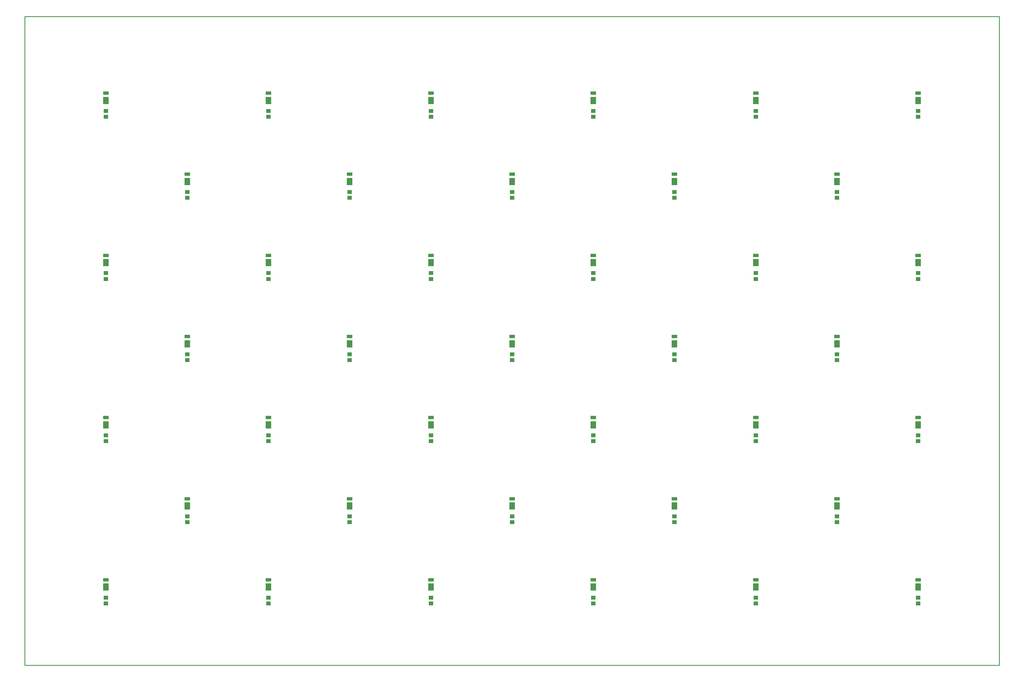
<source format=gtp>
G04*
G04 #@! TF.GenerationSoftware,Altium Limited,Altium Designer,20.0.13 (296)*
G04*
G04 Layer_Color=8421504*
%FSLAX44Y44*%
%MOMM*%
G71*
G01*
G75*
%ADD12C,0.2540*%
%ADD13R,1.4000X1.2000*%
%ADD14R,1.8000X2.2000*%
%ADD15R,1.8000X1.1000*%
D12*
X3000000D02*
Y2000000D01*
X0D02*
X3000000D01*
X0Y0D02*
X3000000D01*
X0D02*
Y2000000D01*
D13*
X2750000Y209000D02*
D03*
Y191000D02*
D03*
Y709000D02*
D03*
Y691000D02*
D03*
Y1209000D02*
D03*
Y1191000D02*
D03*
Y1709000D02*
D03*
Y1691000D02*
D03*
X2500000Y1459000D02*
D03*
Y1441000D02*
D03*
Y441000D02*
D03*
Y459000D02*
D03*
X2250000Y209000D02*
D03*
Y191000D02*
D03*
Y709000D02*
D03*
Y691000D02*
D03*
Y1209000D02*
D03*
Y1191000D02*
D03*
Y1709000D02*
D03*
Y1691000D02*
D03*
X2000000Y1459000D02*
D03*
Y1441000D02*
D03*
Y959000D02*
D03*
Y941000D02*
D03*
Y441000D02*
D03*
Y459000D02*
D03*
X1750000Y209000D02*
D03*
Y191000D02*
D03*
Y709000D02*
D03*
Y691000D02*
D03*
Y1209000D02*
D03*
Y1191000D02*
D03*
Y1709000D02*
D03*
Y1691000D02*
D03*
X1500000Y1459000D02*
D03*
Y1441000D02*
D03*
Y959000D02*
D03*
Y941000D02*
D03*
Y441000D02*
D03*
Y459000D02*
D03*
X1250000Y209000D02*
D03*
Y191000D02*
D03*
Y709000D02*
D03*
Y691000D02*
D03*
Y1209000D02*
D03*
Y1191000D02*
D03*
Y1709000D02*
D03*
Y1691000D02*
D03*
X750000Y1709000D02*
D03*
Y1691000D02*
D03*
X1000000Y1459000D02*
D03*
Y1441000D02*
D03*
Y959000D02*
D03*
Y941000D02*
D03*
Y459000D02*
D03*
Y441000D02*
D03*
X750000Y209000D02*
D03*
Y191000D02*
D03*
X500000Y459000D02*
D03*
Y441000D02*
D03*
X250000Y709000D02*
D03*
Y691000D02*
D03*
X750000Y709000D02*
D03*
Y691000D02*
D03*
X250000Y1209000D02*
D03*
Y1191000D02*
D03*
X750000Y1209000D02*
D03*
Y1191000D02*
D03*
X250000Y1709000D02*
D03*
Y1691000D02*
D03*
X500000Y941000D02*
D03*
Y959000D02*
D03*
X2500000Y941000D02*
D03*
Y959000D02*
D03*
X500000Y1441000D02*
D03*
Y1459000D02*
D03*
X250000Y191000D02*
D03*
Y209000D02*
D03*
D14*
X2750000Y241250D02*
D03*
Y741250D02*
D03*
Y1241250D02*
D03*
Y1741250D02*
D03*
X2500000Y1491250D02*
D03*
Y991250D02*
D03*
Y491250D02*
D03*
X2250000Y241250D02*
D03*
Y741250D02*
D03*
Y1241250D02*
D03*
Y1741250D02*
D03*
X2000000Y1491250D02*
D03*
Y991250D02*
D03*
Y491250D02*
D03*
X1750000Y241250D02*
D03*
Y741250D02*
D03*
Y1241250D02*
D03*
Y1741250D02*
D03*
X1500000Y1491250D02*
D03*
Y991250D02*
D03*
Y491250D02*
D03*
X1250000Y241250D02*
D03*
Y741250D02*
D03*
Y1241250D02*
D03*
Y1741250D02*
D03*
X1000000Y1491250D02*
D03*
Y991250D02*
D03*
Y491250D02*
D03*
X750000Y241250D02*
D03*
Y741250D02*
D03*
Y1241250D02*
D03*
X250000Y1741250D02*
D03*
X750000D02*
D03*
X500000Y1491250D02*
D03*
Y991250D02*
D03*
Y491250D02*
D03*
X250000Y241250D02*
D03*
Y741250D02*
D03*
Y1241250D02*
D03*
D15*
X2750000Y263750D02*
D03*
Y763750D02*
D03*
Y1263750D02*
D03*
Y1763750D02*
D03*
X2500000Y1513750D02*
D03*
Y1013750D02*
D03*
Y513750D02*
D03*
X2250000Y263750D02*
D03*
Y763750D02*
D03*
Y1263750D02*
D03*
Y1763750D02*
D03*
X2000000Y1513750D02*
D03*
Y1013750D02*
D03*
Y513750D02*
D03*
X1750000Y263750D02*
D03*
Y763750D02*
D03*
Y1263750D02*
D03*
Y1763750D02*
D03*
X1500000Y1513750D02*
D03*
Y1013750D02*
D03*
Y513750D02*
D03*
X1250000Y263750D02*
D03*
Y763750D02*
D03*
Y1263750D02*
D03*
Y1763750D02*
D03*
X1000000Y1513750D02*
D03*
Y1013750D02*
D03*
Y513750D02*
D03*
X750000Y263750D02*
D03*
Y763750D02*
D03*
Y1263750D02*
D03*
X250000Y1763750D02*
D03*
X750000D02*
D03*
X500000Y1513750D02*
D03*
Y1013750D02*
D03*
Y513750D02*
D03*
X250000Y263750D02*
D03*
Y763750D02*
D03*
Y1263750D02*
D03*
M02*

</source>
